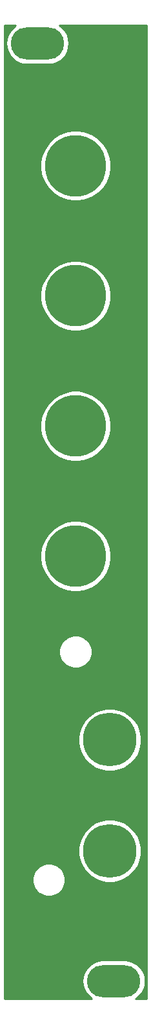
<source format=gbr>
%TF.GenerationSoftware,KiCad,Pcbnew,5.1.9+dfsg1-1~bpo10+1*%
%TF.CreationDate,2022-01-08T23:31:51+08:00*%
%TF.ProjectId,MiniADSR 1.0 - Front Panel,4d696e69-4144-4535-9220-312e30202d20,rev?*%
%TF.SameCoordinates,Original*%
%TF.FileFunction,Copper,L1,Top*%
%TF.FilePolarity,Positive*%
%FSLAX46Y46*%
G04 Gerber Fmt 4.6, Leading zero omitted, Abs format (unit mm)*
G04 Created by KiCad (PCBNEW 5.1.9+dfsg1-1~bpo10+1) date 2022-01-08 23:31:51*
%MOMM*%
%LPD*%
G01*
G04 APERTURE LIST*
%TA.AperFunction,ComponentPad*%
%ADD10C,7.000000*%
%TD*%
%TA.AperFunction,ComponentPad*%
%ADD11C,8.000000*%
%TD*%
%TA.AperFunction,ComponentPad*%
%ADD12O,7.000000X4.200000*%
%TD*%
%TA.AperFunction,NonConductor*%
%ADD13C,0.254000*%
%TD*%
%TA.AperFunction,NonConductor*%
%ADD14C,0.100000*%
%TD*%
G04 APERTURE END LIST*
D10*
%TO.P,REF\u002A\u002A,*%
%TO.N,*%
X64500000Y-134000000D03*
%TD*%
D11*
%TO.P,REF\u002A\u002A,*%
%TO.N,*%
X60000000Y-110000000D03*
%TD*%
%TO.P,REF\u002A\u002A,*%
%TO.N,*%
X60000000Y-93000000D03*
%TD*%
%TO.P,REF\u002A\u002A,*%
%TO.N,*%
X60000000Y-76000000D03*
%TD*%
%TO.P,REF\u002A\u002A,*%
%TO.N,*%
X60000000Y-59000000D03*
%TD*%
D12*
%TO.P,REF\u002A\u002A,1*%
%TO.N,N/C*%
X65000000Y-165500000D03*
X55000000Y-43000000D03*
%TD*%
D10*
%TO.P,REF\u002A\u002A,*%
%TO.N,*%
X64500000Y-148500000D03*
%TD*%
D13*
X52073164Y-40714928D02*
X51656706Y-41056706D01*
X51314928Y-41473164D01*
X51060964Y-41948297D01*
X50904574Y-42463846D01*
X50851767Y-43000000D01*
X50904574Y-43536154D01*
X51060964Y-44051703D01*
X51314928Y-44526836D01*
X51656706Y-44943294D01*
X52073164Y-45285072D01*
X52548297Y-45539036D01*
X53063846Y-45695426D01*
X53465644Y-45735000D01*
X56534356Y-45735000D01*
X56936154Y-45695426D01*
X57451703Y-45539036D01*
X57926836Y-45285072D01*
X58343294Y-44943294D01*
X58685072Y-44526836D01*
X58939036Y-44051703D01*
X59095426Y-43536154D01*
X59148233Y-43000000D01*
X59095426Y-42463846D01*
X58939036Y-41948297D01*
X58685072Y-41473164D01*
X58343294Y-41056706D01*
X57926836Y-40714928D01*
X57870845Y-40685000D01*
X69315000Y-40685000D01*
X69315001Y-167815000D01*
X67870845Y-167815000D01*
X67926836Y-167785072D01*
X68343294Y-167443294D01*
X68685072Y-167026836D01*
X68939036Y-166551703D01*
X69095426Y-166036154D01*
X69148233Y-165500000D01*
X69095426Y-164963846D01*
X68939036Y-164448297D01*
X68685072Y-163973164D01*
X68343294Y-163556706D01*
X67926836Y-163214928D01*
X67451703Y-162960964D01*
X66936154Y-162804574D01*
X66534356Y-162765000D01*
X63465644Y-162765000D01*
X63063846Y-162804574D01*
X62548297Y-162960964D01*
X62073164Y-163214928D01*
X61656706Y-163556706D01*
X61314928Y-163973164D01*
X61060964Y-164448297D01*
X60904574Y-164963846D01*
X60851767Y-165500000D01*
X60904574Y-166036154D01*
X61060964Y-166551703D01*
X61314928Y-167026836D01*
X61656706Y-167443294D01*
X62073164Y-167785072D01*
X62129155Y-167815000D01*
X50685000Y-167815000D01*
X50685000Y-152086323D01*
X54330497Y-152086323D01*
X54330497Y-152513677D01*
X54413870Y-152932821D01*
X54577412Y-153327645D01*
X54814837Y-153682977D01*
X55117023Y-153985163D01*
X55472355Y-154222588D01*
X55867179Y-154386130D01*
X56286323Y-154469503D01*
X56713677Y-154469503D01*
X57132821Y-154386130D01*
X57527645Y-154222588D01*
X57882977Y-153985163D01*
X58185163Y-153682977D01*
X58422588Y-153327645D01*
X58586130Y-152932821D01*
X58669503Y-152513677D01*
X58669503Y-152086323D01*
X58586130Y-151667179D01*
X58422588Y-151272355D01*
X58185163Y-150917023D01*
X57882977Y-150614837D01*
X57527645Y-150377412D01*
X57132821Y-150213870D01*
X56713677Y-150130497D01*
X56286323Y-150130497D01*
X55867179Y-150213870D01*
X55472355Y-150377412D01*
X55117023Y-150614837D01*
X54814837Y-150917023D01*
X54577412Y-151272355D01*
X54413870Y-151667179D01*
X54330497Y-152086323D01*
X50685000Y-152086323D01*
X50685000Y-148092738D01*
X60365000Y-148092738D01*
X60365000Y-148907262D01*
X60523906Y-149706135D01*
X60835611Y-150458657D01*
X61288136Y-151135909D01*
X61864091Y-151711864D01*
X62541343Y-152164389D01*
X63293865Y-152476094D01*
X64092738Y-152635000D01*
X64907262Y-152635000D01*
X65706135Y-152476094D01*
X66458657Y-152164389D01*
X67135909Y-151711864D01*
X67711864Y-151135909D01*
X68164389Y-150458657D01*
X68476094Y-149706135D01*
X68635000Y-148907262D01*
X68635000Y-148092738D01*
X68476094Y-147293865D01*
X68164389Y-146541343D01*
X67711864Y-145864091D01*
X67135909Y-145288136D01*
X66458657Y-144835611D01*
X65706135Y-144523906D01*
X64907262Y-144365000D01*
X64092738Y-144365000D01*
X63293865Y-144523906D01*
X62541343Y-144835611D01*
X61864091Y-145288136D01*
X61288136Y-145864091D01*
X60835611Y-146541343D01*
X60523906Y-147293865D01*
X60365000Y-148092738D01*
X50685000Y-148092738D01*
X50685000Y-133592738D01*
X60365000Y-133592738D01*
X60365000Y-134407262D01*
X60523906Y-135206135D01*
X60835611Y-135958657D01*
X61288136Y-136635909D01*
X61864091Y-137211864D01*
X62541343Y-137664389D01*
X63293865Y-137976094D01*
X64092738Y-138135000D01*
X64907262Y-138135000D01*
X65706135Y-137976094D01*
X66458657Y-137664389D01*
X67135909Y-137211864D01*
X67711864Y-136635909D01*
X68164389Y-135958657D01*
X68476094Y-135206135D01*
X68635000Y-134407262D01*
X68635000Y-133592738D01*
X68476094Y-132793865D01*
X68164389Y-132041343D01*
X67711864Y-131364091D01*
X67135909Y-130788136D01*
X66458657Y-130335611D01*
X65706135Y-130023906D01*
X64907262Y-129865000D01*
X64092738Y-129865000D01*
X63293865Y-130023906D01*
X62541343Y-130335611D01*
X61864091Y-130788136D01*
X61288136Y-131364091D01*
X60835611Y-132041343D01*
X60523906Y-132793865D01*
X60365000Y-133592738D01*
X50685000Y-133592738D01*
X50685000Y-122286323D01*
X57830497Y-122286323D01*
X57830497Y-122713677D01*
X57913870Y-123132821D01*
X58077412Y-123527645D01*
X58314837Y-123882977D01*
X58617023Y-124185163D01*
X58972355Y-124422588D01*
X59367179Y-124586130D01*
X59786323Y-124669503D01*
X60213677Y-124669503D01*
X60632821Y-124586130D01*
X61027645Y-124422588D01*
X61382977Y-124185163D01*
X61685163Y-123882977D01*
X61922588Y-123527645D01*
X62086130Y-123132821D01*
X62169503Y-122713677D01*
X62169503Y-122286323D01*
X62086130Y-121867179D01*
X61922588Y-121472355D01*
X61685163Y-121117023D01*
X61382977Y-120814837D01*
X61027645Y-120577412D01*
X60632821Y-120413870D01*
X60213677Y-120330497D01*
X59786323Y-120330497D01*
X59367179Y-120413870D01*
X58972355Y-120577412D01*
X58617023Y-120814837D01*
X58314837Y-121117023D01*
X58077412Y-121472355D01*
X57913870Y-121867179D01*
X57830497Y-122286323D01*
X50685000Y-122286323D01*
X50685000Y-109543492D01*
X55365000Y-109543492D01*
X55365000Y-110456508D01*
X55543120Y-111351980D01*
X55892516Y-112195496D01*
X56399760Y-112954640D01*
X57045360Y-113600240D01*
X57804504Y-114107484D01*
X58648020Y-114456880D01*
X59543492Y-114635000D01*
X60456508Y-114635000D01*
X61351980Y-114456880D01*
X62195496Y-114107484D01*
X62954640Y-113600240D01*
X63600240Y-112954640D01*
X64107484Y-112195496D01*
X64456880Y-111351980D01*
X64635000Y-110456508D01*
X64635000Y-109543492D01*
X64456880Y-108648020D01*
X64107484Y-107804504D01*
X63600240Y-107045360D01*
X62954640Y-106399760D01*
X62195496Y-105892516D01*
X61351980Y-105543120D01*
X60456508Y-105365000D01*
X59543492Y-105365000D01*
X58648020Y-105543120D01*
X57804504Y-105892516D01*
X57045360Y-106399760D01*
X56399760Y-107045360D01*
X55892516Y-107804504D01*
X55543120Y-108648020D01*
X55365000Y-109543492D01*
X50685000Y-109543492D01*
X50685000Y-92543492D01*
X55365000Y-92543492D01*
X55365000Y-93456508D01*
X55543120Y-94351980D01*
X55892516Y-95195496D01*
X56399760Y-95954640D01*
X57045360Y-96600240D01*
X57804504Y-97107484D01*
X58648020Y-97456880D01*
X59543492Y-97635000D01*
X60456508Y-97635000D01*
X61351980Y-97456880D01*
X62195496Y-97107484D01*
X62954640Y-96600240D01*
X63600240Y-95954640D01*
X64107484Y-95195496D01*
X64456880Y-94351980D01*
X64635000Y-93456508D01*
X64635000Y-92543492D01*
X64456880Y-91648020D01*
X64107484Y-90804504D01*
X63600240Y-90045360D01*
X62954640Y-89399760D01*
X62195496Y-88892516D01*
X61351980Y-88543120D01*
X60456508Y-88365000D01*
X59543492Y-88365000D01*
X58648020Y-88543120D01*
X57804504Y-88892516D01*
X57045360Y-89399760D01*
X56399760Y-90045360D01*
X55892516Y-90804504D01*
X55543120Y-91648020D01*
X55365000Y-92543492D01*
X50685000Y-92543492D01*
X50685000Y-75543492D01*
X55365000Y-75543492D01*
X55365000Y-76456508D01*
X55543120Y-77351980D01*
X55892516Y-78195496D01*
X56399760Y-78954640D01*
X57045360Y-79600240D01*
X57804504Y-80107484D01*
X58648020Y-80456880D01*
X59543492Y-80635000D01*
X60456508Y-80635000D01*
X61351980Y-80456880D01*
X62195496Y-80107484D01*
X62954640Y-79600240D01*
X63600240Y-78954640D01*
X64107484Y-78195496D01*
X64456880Y-77351980D01*
X64635000Y-76456508D01*
X64635000Y-75543492D01*
X64456880Y-74648020D01*
X64107484Y-73804504D01*
X63600240Y-73045360D01*
X62954640Y-72399760D01*
X62195496Y-71892516D01*
X61351980Y-71543120D01*
X60456508Y-71365000D01*
X59543492Y-71365000D01*
X58648020Y-71543120D01*
X57804504Y-71892516D01*
X57045360Y-72399760D01*
X56399760Y-73045360D01*
X55892516Y-73804504D01*
X55543120Y-74648020D01*
X55365000Y-75543492D01*
X50685000Y-75543492D01*
X50685000Y-58543492D01*
X55365000Y-58543492D01*
X55365000Y-59456508D01*
X55543120Y-60351980D01*
X55892516Y-61195496D01*
X56399760Y-61954640D01*
X57045360Y-62600240D01*
X57804504Y-63107484D01*
X58648020Y-63456880D01*
X59543492Y-63635000D01*
X60456508Y-63635000D01*
X61351980Y-63456880D01*
X62195496Y-63107484D01*
X62954640Y-62600240D01*
X63600240Y-61954640D01*
X64107484Y-61195496D01*
X64456880Y-60351980D01*
X64635000Y-59456508D01*
X64635000Y-58543492D01*
X64456880Y-57648020D01*
X64107484Y-56804504D01*
X63600240Y-56045360D01*
X62954640Y-55399760D01*
X62195496Y-54892516D01*
X61351980Y-54543120D01*
X60456508Y-54365000D01*
X59543492Y-54365000D01*
X58648020Y-54543120D01*
X57804504Y-54892516D01*
X57045360Y-55399760D01*
X56399760Y-56045360D01*
X55892516Y-56804504D01*
X55543120Y-57648020D01*
X55365000Y-58543492D01*
X50685000Y-58543492D01*
X50685000Y-40685000D01*
X52129155Y-40685000D01*
X52073164Y-40714928D01*
%TA.AperFunction,NonConductor*%
D14*
G36*
X52073164Y-40714928D02*
G01*
X51656706Y-41056706D01*
X51314928Y-41473164D01*
X51060964Y-41948297D01*
X50904574Y-42463846D01*
X50851767Y-43000000D01*
X50904574Y-43536154D01*
X51060964Y-44051703D01*
X51314928Y-44526836D01*
X51656706Y-44943294D01*
X52073164Y-45285072D01*
X52548297Y-45539036D01*
X53063846Y-45695426D01*
X53465644Y-45735000D01*
X56534356Y-45735000D01*
X56936154Y-45695426D01*
X57451703Y-45539036D01*
X57926836Y-45285072D01*
X58343294Y-44943294D01*
X58685072Y-44526836D01*
X58939036Y-44051703D01*
X59095426Y-43536154D01*
X59148233Y-43000000D01*
X59095426Y-42463846D01*
X58939036Y-41948297D01*
X58685072Y-41473164D01*
X58343294Y-41056706D01*
X57926836Y-40714928D01*
X57870845Y-40685000D01*
X69315000Y-40685000D01*
X69315001Y-167815000D01*
X67870845Y-167815000D01*
X67926836Y-167785072D01*
X68343294Y-167443294D01*
X68685072Y-167026836D01*
X68939036Y-166551703D01*
X69095426Y-166036154D01*
X69148233Y-165500000D01*
X69095426Y-164963846D01*
X68939036Y-164448297D01*
X68685072Y-163973164D01*
X68343294Y-163556706D01*
X67926836Y-163214928D01*
X67451703Y-162960964D01*
X66936154Y-162804574D01*
X66534356Y-162765000D01*
X63465644Y-162765000D01*
X63063846Y-162804574D01*
X62548297Y-162960964D01*
X62073164Y-163214928D01*
X61656706Y-163556706D01*
X61314928Y-163973164D01*
X61060964Y-164448297D01*
X60904574Y-164963846D01*
X60851767Y-165500000D01*
X60904574Y-166036154D01*
X61060964Y-166551703D01*
X61314928Y-167026836D01*
X61656706Y-167443294D01*
X62073164Y-167785072D01*
X62129155Y-167815000D01*
X50685000Y-167815000D01*
X50685000Y-152086323D01*
X54330497Y-152086323D01*
X54330497Y-152513677D01*
X54413870Y-152932821D01*
X54577412Y-153327645D01*
X54814837Y-153682977D01*
X55117023Y-153985163D01*
X55472355Y-154222588D01*
X55867179Y-154386130D01*
X56286323Y-154469503D01*
X56713677Y-154469503D01*
X57132821Y-154386130D01*
X57527645Y-154222588D01*
X57882977Y-153985163D01*
X58185163Y-153682977D01*
X58422588Y-153327645D01*
X58586130Y-152932821D01*
X58669503Y-152513677D01*
X58669503Y-152086323D01*
X58586130Y-151667179D01*
X58422588Y-151272355D01*
X58185163Y-150917023D01*
X57882977Y-150614837D01*
X57527645Y-150377412D01*
X57132821Y-150213870D01*
X56713677Y-150130497D01*
X56286323Y-150130497D01*
X55867179Y-150213870D01*
X55472355Y-150377412D01*
X55117023Y-150614837D01*
X54814837Y-150917023D01*
X54577412Y-151272355D01*
X54413870Y-151667179D01*
X54330497Y-152086323D01*
X50685000Y-152086323D01*
X50685000Y-148092738D01*
X60365000Y-148092738D01*
X60365000Y-148907262D01*
X60523906Y-149706135D01*
X60835611Y-150458657D01*
X61288136Y-151135909D01*
X61864091Y-151711864D01*
X62541343Y-152164389D01*
X63293865Y-152476094D01*
X64092738Y-152635000D01*
X64907262Y-152635000D01*
X65706135Y-152476094D01*
X66458657Y-152164389D01*
X67135909Y-151711864D01*
X67711864Y-151135909D01*
X68164389Y-150458657D01*
X68476094Y-149706135D01*
X68635000Y-148907262D01*
X68635000Y-148092738D01*
X68476094Y-147293865D01*
X68164389Y-146541343D01*
X67711864Y-145864091D01*
X67135909Y-145288136D01*
X66458657Y-144835611D01*
X65706135Y-144523906D01*
X64907262Y-144365000D01*
X64092738Y-144365000D01*
X63293865Y-144523906D01*
X62541343Y-144835611D01*
X61864091Y-145288136D01*
X61288136Y-145864091D01*
X60835611Y-146541343D01*
X60523906Y-147293865D01*
X60365000Y-148092738D01*
X50685000Y-148092738D01*
X50685000Y-133592738D01*
X60365000Y-133592738D01*
X60365000Y-134407262D01*
X60523906Y-135206135D01*
X60835611Y-135958657D01*
X61288136Y-136635909D01*
X61864091Y-137211864D01*
X62541343Y-137664389D01*
X63293865Y-137976094D01*
X64092738Y-138135000D01*
X64907262Y-138135000D01*
X65706135Y-137976094D01*
X66458657Y-137664389D01*
X67135909Y-137211864D01*
X67711864Y-136635909D01*
X68164389Y-135958657D01*
X68476094Y-135206135D01*
X68635000Y-134407262D01*
X68635000Y-133592738D01*
X68476094Y-132793865D01*
X68164389Y-132041343D01*
X67711864Y-131364091D01*
X67135909Y-130788136D01*
X66458657Y-130335611D01*
X65706135Y-130023906D01*
X64907262Y-129865000D01*
X64092738Y-129865000D01*
X63293865Y-130023906D01*
X62541343Y-130335611D01*
X61864091Y-130788136D01*
X61288136Y-131364091D01*
X60835611Y-132041343D01*
X60523906Y-132793865D01*
X60365000Y-133592738D01*
X50685000Y-133592738D01*
X50685000Y-122286323D01*
X57830497Y-122286323D01*
X57830497Y-122713677D01*
X57913870Y-123132821D01*
X58077412Y-123527645D01*
X58314837Y-123882977D01*
X58617023Y-124185163D01*
X58972355Y-124422588D01*
X59367179Y-124586130D01*
X59786323Y-124669503D01*
X60213677Y-124669503D01*
X60632821Y-124586130D01*
X61027645Y-124422588D01*
X61382977Y-124185163D01*
X61685163Y-123882977D01*
X61922588Y-123527645D01*
X62086130Y-123132821D01*
X62169503Y-122713677D01*
X62169503Y-122286323D01*
X62086130Y-121867179D01*
X61922588Y-121472355D01*
X61685163Y-121117023D01*
X61382977Y-120814837D01*
X61027645Y-120577412D01*
X60632821Y-120413870D01*
X60213677Y-120330497D01*
X59786323Y-120330497D01*
X59367179Y-120413870D01*
X58972355Y-120577412D01*
X58617023Y-120814837D01*
X58314837Y-121117023D01*
X58077412Y-121472355D01*
X57913870Y-121867179D01*
X57830497Y-122286323D01*
X50685000Y-122286323D01*
X50685000Y-109543492D01*
X55365000Y-109543492D01*
X55365000Y-110456508D01*
X55543120Y-111351980D01*
X55892516Y-112195496D01*
X56399760Y-112954640D01*
X57045360Y-113600240D01*
X57804504Y-114107484D01*
X58648020Y-114456880D01*
X59543492Y-114635000D01*
X60456508Y-114635000D01*
X61351980Y-114456880D01*
X62195496Y-114107484D01*
X62954640Y-113600240D01*
X63600240Y-112954640D01*
X64107484Y-112195496D01*
X64456880Y-111351980D01*
X64635000Y-110456508D01*
X64635000Y-109543492D01*
X64456880Y-108648020D01*
X64107484Y-107804504D01*
X63600240Y-107045360D01*
X62954640Y-106399760D01*
X62195496Y-105892516D01*
X61351980Y-105543120D01*
X60456508Y-105365000D01*
X59543492Y-105365000D01*
X58648020Y-105543120D01*
X57804504Y-105892516D01*
X57045360Y-106399760D01*
X56399760Y-107045360D01*
X55892516Y-107804504D01*
X55543120Y-108648020D01*
X55365000Y-109543492D01*
X50685000Y-109543492D01*
X50685000Y-92543492D01*
X55365000Y-92543492D01*
X55365000Y-93456508D01*
X55543120Y-94351980D01*
X55892516Y-95195496D01*
X56399760Y-95954640D01*
X57045360Y-96600240D01*
X57804504Y-97107484D01*
X58648020Y-97456880D01*
X59543492Y-97635000D01*
X60456508Y-97635000D01*
X61351980Y-97456880D01*
X62195496Y-97107484D01*
X62954640Y-96600240D01*
X63600240Y-95954640D01*
X64107484Y-95195496D01*
X64456880Y-94351980D01*
X64635000Y-93456508D01*
X64635000Y-92543492D01*
X64456880Y-91648020D01*
X64107484Y-90804504D01*
X63600240Y-90045360D01*
X62954640Y-89399760D01*
X62195496Y-88892516D01*
X61351980Y-88543120D01*
X60456508Y-88365000D01*
X59543492Y-88365000D01*
X58648020Y-88543120D01*
X57804504Y-88892516D01*
X57045360Y-89399760D01*
X56399760Y-90045360D01*
X55892516Y-90804504D01*
X55543120Y-91648020D01*
X55365000Y-92543492D01*
X50685000Y-92543492D01*
X50685000Y-75543492D01*
X55365000Y-75543492D01*
X55365000Y-76456508D01*
X55543120Y-77351980D01*
X55892516Y-78195496D01*
X56399760Y-78954640D01*
X57045360Y-79600240D01*
X57804504Y-80107484D01*
X58648020Y-80456880D01*
X59543492Y-80635000D01*
X60456508Y-80635000D01*
X61351980Y-80456880D01*
X62195496Y-80107484D01*
X62954640Y-79600240D01*
X63600240Y-78954640D01*
X64107484Y-78195496D01*
X64456880Y-77351980D01*
X64635000Y-76456508D01*
X64635000Y-75543492D01*
X64456880Y-74648020D01*
X64107484Y-73804504D01*
X63600240Y-73045360D01*
X62954640Y-72399760D01*
X62195496Y-71892516D01*
X61351980Y-71543120D01*
X60456508Y-71365000D01*
X59543492Y-71365000D01*
X58648020Y-71543120D01*
X57804504Y-71892516D01*
X57045360Y-72399760D01*
X56399760Y-73045360D01*
X55892516Y-73804504D01*
X55543120Y-74648020D01*
X55365000Y-75543492D01*
X50685000Y-75543492D01*
X50685000Y-58543492D01*
X55365000Y-58543492D01*
X55365000Y-59456508D01*
X55543120Y-60351980D01*
X55892516Y-61195496D01*
X56399760Y-61954640D01*
X57045360Y-62600240D01*
X57804504Y-63107484D01*
X58648020Y-63456880D01*
X59543492Y-63635000D01*
X60456508Y-63635000D01*
X61351980Y-63456880D01*
X62195496Y-63107484D01*
X62954640Y-62600240D01*
X63600240Y-61954640D01*
X64107484Y-61195496D01*
X64456880Y-60351980D01*
X64635000Y-59456508D01*
X64635000Y-58543492D01*
X64456880Y-57648020D01*
X64107484Y-56804504D01*
X63600240Y-56045360D01*
X62954640Y-55399760D01*
X62195496Y-54892516D01*
X61351980Y-54543120D01*
X60456508Y-54365000D01*
X59543492Y-54365000D01*
X58648020Y-54543120D01*
X57804504Y-54892516D01*
X57045360Y-55399760D01*
X56399760Y-56045360D01*
X55892516Y-56804504D01*
X55543120Y-57648020D01*
X55365000Y-58543492D01*
X50685000Y-58543492D01*
X50685000Y-40685000D01*
X52129155Y-40685000D01*
X52073164Y-40714928D01*
G37*
%TD.AperFunction*%
M02*

</source>
